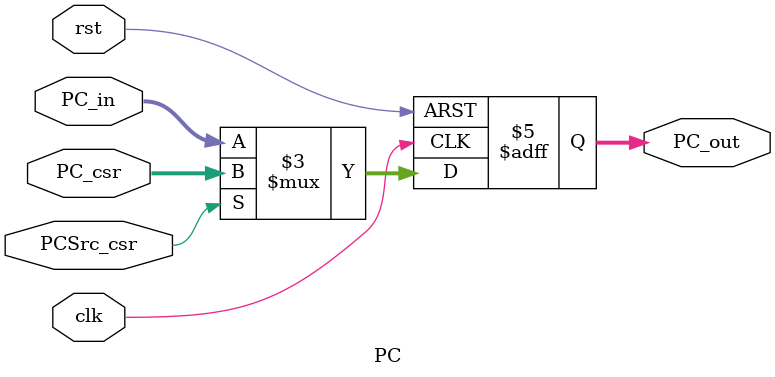
<source format=v>
module PC (
    input clk,
    input rst,
    input PCSrc_csr,
    input [31:0] PC_in, //下一周期的预PC值
    input [31:0] PC_csr,
    output reg [31:0] PC_out //当前的PC值
);

    always @(posedge clk or posedge rst) begin
        if(rst) PC_out = 0;
        else if(PCSrc_csr) PC_out = PC_csr;
        else PC_out = PC_in;
    end
    
endmodule
</source>
